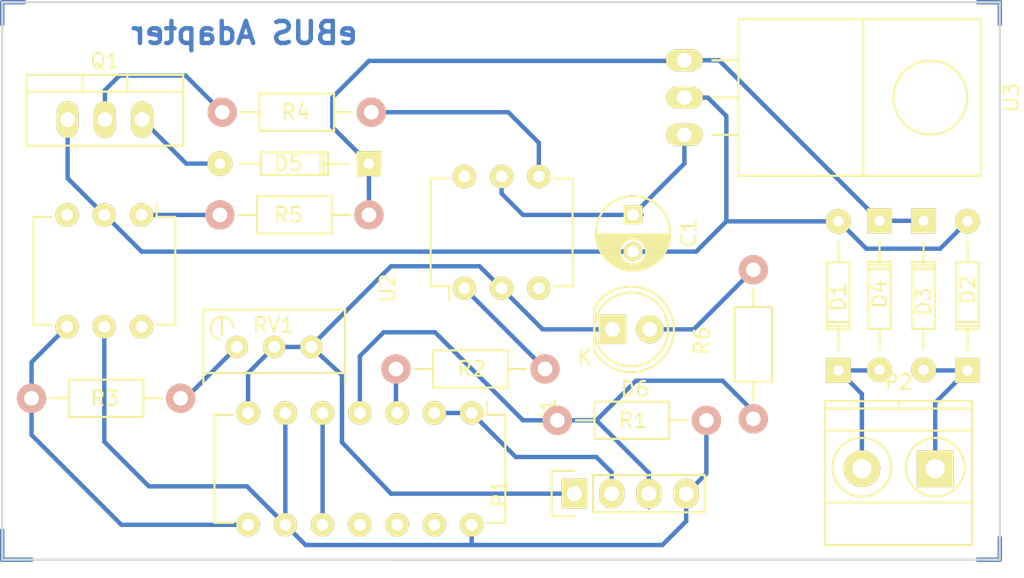
<source format=kicad_pcb>

(kicad_pcb
  (version 4)
  (host pcbnew 4.0.2-stable)
  (general
    (links 41)
    (no_connects 0)
    (area 11.924999 11.924999 80.075001 50.075001)
    (thickness 1.6)
    (drawings 10)
    (tracks 115)
    (zones 0)
    (modules 21)
    (nets 22))
  (page A4)
  (layers
    (0 F.Cu signal)
    (31 B.Cu signal)
    (32 B.Adhes user)
    (33 F.Adhes user)
    (34 B.Paste user)
    (35 F.Paste user)
    (36 B.SilkS user)
    (37 F.SilkS user)
    (38 B.Mask user)
    (39 F.Mask user)
    (40 Dwgs.User user)
    (41 Cmts.User user)
    (42 Eco1.User user)
    (43 Eco2.User user)
    (44 Edge.Cuts user)
    (45 Margin user)
    (46 B.CrtYd user)
    (47 F.CrtYd user)
    (48 B.Fab user)
    (49 F.Fab user))
  (setup
    (last_trace_width 0.3)
    (trace_clearance 0.2)
    (zone_clearance 0.508)
    (zone_45_only no)
    (trace_min 0.2)
    (segment_width 0.2)
    (edge_width 0.15)
    (via_size 0.6)
    (via_drill 0.4)
    (via_min_size 0.4)
    (via_min_drill 0.3)
    (uvia_size 0.3)
    (uvia_drill 0.1)
    (uvias_allowed no)
    (uvia_min_size 0.2)
    (uvia_min_drill 0.1)
    (pcb_text_width 0.3)
    (pcb_text_size 1.5 1.5)
    (mod_edge_width 0.15)
    (mod_text_size 1 1)
    (mod_text_width 0.15)
    (pad_size 1.524 1.524)
    (pad_drill 0.762)
    (pad_to_mask_clearance 0.2)
    (aux_axis_origin 0 0)
    (visible_elements FFFFFF7F)
    (pcbplotparams
      (layerselection 0x010f0_80000001)
      (usegerberextensions false)
      (excludeedgelayer true)
      (linewidth 0.1)
      (plotframeref false)
      (viasonmask false)
      (mode 1)
      (useauxorigin false)
      (hpglpennumber 1)
      (hpglpenspeed 20)
      (hpglpendiameter 15)
      (hpglpenoverlay 2)
      (psnegative false)
      (psa4output false)
      (plotreference true)
      (plotvalue true)
      (plotinvisibletext false)
      (padsonsilk false)
      (subtractmaskfromsilk false)
      (outputformat 1)
      (mirror false)
      (drillshape 0)
      (scaleselection 1)
      (outputdirectory gerbers)))
  (net 0 "")
  (net 1 "Net-(C1-Pad1)")
  (net 2 "Net-(C1-Pad2)")
  (net 3 EBUS1)
  (net 4 EBUS2)
  (net 5 "Net-(D5-Pad2)")
  (net 6 "Net-(Q1-Pad2)")
  (net 7 VDD)
  (net 8 RXD)
  (net 9 "Net-(R2-Pad1)")
  (net 10 "Net-(R2-Pad2)")
  (net 11 "Net-(R3-Pad1)")
  (net 12 "Net-(R3-Pad2)")
  (net 13 "Net-(R4-Pad2)")
  (net 14 "Net-(R5-Pad2)")
  (net 15 GND)
  (net 16 TXD)
  (net 17 "Net-(U1-Pad10)")
  (net 18 "Net-(U2-Pad6)")
  (net 19 "Net-(U4-Pad6)")
  (net 20 "Net-(D3-Pad1)")
  (net 21 "Net-(D6-Pad2)")
  (net_class Default "This is the default net class."
    (clearance 0.2)
    (trace_width 0.3)
    (via_dia 0.6)
    (via_drill 0.4)
    (uvia_dia 0.3)
    (uvia_drill 0.1)
    (add_net EBUS1)
    (add_net EBUS2)
    (add_net GND)
    (add_net "Net-(C1-Pad1)")
    (add_net "Net-(C1-Pad2)")
    (add_net "Net-(D3-Pad1)")
    (add_net "Net-(D5-Pad2)")
    (add_net "Net-(D6-Pad2)")
    (add_net "Net-(Q1-Pad2)")
    (add_net "Net-(R2-Pad1)")
    (add_net "Net-(R2-Pad2)")
    (add_net "Net-(R3-Pad1)")
    (add_net "Net-(R3-Pad2)")
    (add_net "Net-(R4-Pad2)")
    (add_net "Net-(R5-Pad2)")
    (add_net "Net-(U1-Pad10)")
    (add_net "Net-(U2-Pad6)")
    (add_net "Net-(U4-Pad6)")
    (add_net RXD)
    (add_net TXD)
    (add_net VDD))
  (module Capacitors_ThroughHole:C_Radial_D5_L6_P2.5
    (layer F.Cu)
    (tedit 0)
    (tstamp 57E43E4C)
    (at 55 26.5 270)
    (descr "Radial Electrolytic Capacitor Diameter 5mm x Length 6mm, Pitch 2.5mm")
    (tags "Electrolytic Capacitor")
    (path /57E435D0)
    (fp_text reference C1
      (at 1.25 -3.8 270)
      (layer F.SilkS)
      (effects
        (font
          (size 1 1)
          (thickness 0.15))))
    (fp_text value CP
      (at 1.25 3.8 270)
      (layer F.Fab)
      (effects
        (font
          (size 1 1)
          (thickness 0.15))))
    (fp_line
      (start 1.325 -2.499)
      (end 1.325 2.499)
      (layer F.SilkS)
      (width 0.15))
    (fp_line
      (start 1.465 -2.491)
      (end 1.465 2.491)
      (layer F.SilkS)
      (width 0.15))
    (fp_line
      (start 1.605 -2.475)
      (end 1.605 -0.095)
      (layer F.SilkS)
      (width 0.15))
    (fp_line
      (start 1.605 0.095)
      (end 1.605 2.475)
      (layer F.SilkS)
      (width 0.15))
    (fp_line
      (start 1.745 -2.451)
      (end 1.745 -0.49)
      (layer F.SilkS)
      (width 0.15))
    (fp_line
      (start 1.745 0.49)
      (end 1.745 2.451)
      (layer F.SilkS)
      (width 0.15))
    (fp_line
      (start 1.885 -2.418)
      (end 1.885 -0.657)
      (layer F.SilkS)
      (width 0.15))
    (fp_line
      (start 1.885 0.657)
      (end 1.885 2.418)
      (layer F.SilkS)
      (width 0.15))
    (fp_line
      (start 2.025 -2.377)
      (end 2.025 -0.764)
      (layer F.SilkS)
      (width 0.15))
    (fp_line
      (start 2.025 0.764)
      (end 2.025 2.377)
      (layer F.SilkS)
      (width 0.15))
    (fp_line
      (start 2.165 -2.327)
      (end 2.165 -0.835)
      (layer F.SilkS)
      (width 0.15))
    (fp_line
      (start 2.165 0.835)
      (end 2.165 2.327)
      (layer F.SilkS)
      (width 0.15))
    (fp_line
      (start 2.305 -2.266)
      (end 2.305 -0.879)
      (layer F.SilkS)
      (width 0.15))
    (fp_line
      (start 2.305 0.879)
      (end 2.305 2.266)
      (layer F.SilkS)
      (width 0.15))
    (fp_line
      (start 2.445 -2.196)
      (end 2.445 -0.898)
      (layer F.SilkS)
      (width 0.15))
    (fp_line
      (start 2.445 0.898)
      (end 2.445 2.196)
      (layer F.SilkS)
      (width 0.15))
    (fp_line
      (start 2.585 -2.114)
      (end 2.585 -0.896)
      (layer F.SilkS)
      (width 0.15))
    (fp_line
      (start 2.585 0.896)
      (end 2.585 2.114)
      (layer F.SilkS)
      (width 0.15))
    (fp_line
      (start 2.725 -2.019)
      (end 2.725 -0.871)
      (layer F.SilkS)
      (width 0.15))
    (fp_line
      (start 2.725 0.871)
      (end 2.725 2.019)
      (layer F.SilkS)
      (width 0.15))
    (fp_line
      (start 2.865 -1.908)
      (end 2.865 -0.823)
      (layer F.SilkS)
      (width 0.15))
    (fp_line
      (start 2.865 0.823)
      (end 2.865 1.908)
      (layer F.SilkS)
      (width 0.15))
    (fp_line
      (start 3.005 -1.78)
      (end 3.005 -0.745)
      (layer F.SilkS)
      (width 0.15))
    (fp_line
      (start 3.005 0.745)
      (end 3.005 1.78)
      (layer F.SilkS)
      (width 0.15))
    (fp_line
      (start 3.145 -1.631)
      (end 3.145 -0.628)
      (layer F.SilkS)
      (width 0.15))
    (fp_line
      (start 3.145 0.628)
      (end 3.145 1.631)
      (layer F.SilkS)
      (width 0.15))
    (fp_line
      (start 3.285 -1.452)
      (end 3.285 -0.44)
      (layer F.SilkS)
      (width 0.15))
    (fp_line
      (start 3.285 0.44)
      (end 3.285 1.452)
      (layer F.SilkS)
      (width 0.15))
    (fp_line
      (start 3.425 -1.233)
      (end 3.425 1.233)
      (layer F.SilkS)
      (width 0.15))
    (fp_line
      (start 3.565 -0.944)
      (end 3.565 0.944)
      (layer F.SilkS)
      (width 0.15))
    (fp_line
      (start 3.705 -0.472)
      (end 3.705 0.472)
      (layer F.SilkS)
      (width 0.15))
    (fp_circle
      (center 2.5 0)
      (end 2.5 -0.9)
      (layer F.SilkS)
      (width 0.15))
    (fp_circle
      (center 1.25 0)
      (end 1.25 -2.5375)
      (layer F.SilkS)
      (width 0.15))
    (fp_circle
      (center 1.25 0)
      (end 1.25 -2.8)
      (layer F.CrtYd)
      (width 0.05))
    (pad 1 thru_hole rect
      (at 0 0 270)
      (size 1.3 1.3)
      (drill 0.8)
      (layers *.Cu *.Mask F.SilkS)
      (net 1 "Net-(C1-Pad1)"))
    (pad 2 thru_hole circle
      (at 2.5 0 270)
      (size 1.3 1.3)
      (drill 0.8)
      (layers *.Cu *.Mask F.SilkS)
      (net 2 "Net-(C1-Pad2)"))
    (model Capacitors_ThroughHole.3dshapes/C_Radial_D5_L6_P2.5.wrl
      (at
        (xyz 0.0492126 0 0))
      (scale
        (xyz 1 1 1))
      (rotate
        (xyz 0 0 90))))
  (module Diodes_ThroughHole:Diode_DO-35_SOD27_Horizontal_RM10
    (layer F.Cu)
    (tedit 57E4F0B9)
    (tstamp 57E43E5B)
    (at 69 37.1 90)
    (descr "Diode, DO-35,  SOD27, Horizontal, RM 10mm")
    (tags "Diode, DO-35, SOD27, Horizontal, RM 10mm, 1N4148,")
    (path /57E456DB)
    (fp_text reference D1
      (at 5 0 90)
      (layer F.SilkS)
      (effects
        (font
          (size 1 1)
          (thickness 0.15))))
    (fp_text value 1N4148
      (at 5 1.5 90)
      (layer F.Fab)
      (effects
        (font
          (size 1 1)
          (thickness 0.15))))
    (fp_line
      (start 7.36652 -0.00254)
      (end 8.76352 -0.00254)
      (layer F.SilkS)
      (width 0.15))
    (fp_line
      (start 2.92152 -0.00254)
      (end 1.39752 -0.00254)
      (layer F.SilkS)
      (width 0.15))
    (fp_line
      (start 3.30252 -0.76454)
      (end 3.30252 0.75946)
      (layer F.SilkS)
      (width 0.15))
    (fp_line
      (start 3.04852 -0.76454)
      (end 3.04852 0.75946)
      (layer F.SilkS)
      (width 0.15))
    (fp_line
      (start 2.79452 -0.00254)
      (end 2.79452 0.75946)
      (layer F.SilkS)
      (width 0.15))
    (fp_line
      (start 2.79452 0.75946)
      (end 7.36652 0.75946)
      (layer F.SilkS)
      (width 0.15))
    (fp_line
      (start 7.36652 0.75946)
      (end 7.36652 -0.76454)
      (layer F.SilkS)
      (width 0.15))
    (fp_line
      (start 7.36652 -0.76454)
      (end 2.79452 -0.76454)
      (layer F.SilkS)
      (width 0.15))
    (fp_line
      (start 2.79452 -0.76454)
      (end 2.79452 -0.00254)
      (layer F.SilkS)
      (width 0.15))
    (pad 2 thru_hole circle
      (at 10.16052 -0.00254 270)
      (size 1.69926 1.69926)
      (drill 0.70104)
      (layers *.Cu *.Mask F.SilkS)
      (net 2 "Net-(C1-Pad2)"))
    (pad 1 thru_hole rect
      (at 0.00052 -0.00254 270)
      (size 1.69926 1.69926)
      (drill 0.70104)
      (layers *.Cu *.Mask F.SilkS)
      (net 3 EBUS1))
    (model Diodes_ThroughHole.3dshapes/Diode_DO-35_SOD27_Horizontal_RM10.wrl
      (at
        (xyz 0.2 0 0))
      (scale
        (xyz 0.4 0.4 0.4))
      (rotate
        (xyz 0 0 180))))
  (module Diodes_ThroughHole:Diode_DO-35_SOD27_Horizontal_RM10
    (layer F.Cu)
    (tedit 57E4F0B7)
    (tstamp 57E43E6A)
    (at 77.8 37.1 90)
    (descr "Diode, DO-35,  SOD27, Horizontal, RM 10mm")
    (tags "Diode, DO-35, SOD27, Horizontal, RM 10mm, 1N4148,")
    (path /57E45729)
    (fp_text reference D2
      (at 5.5 0 90)
      (layer F.SilkS)
      (effects
        (font
          (size 1 1)
          (thickness 0.15))))
    (fp_text value 1N4148
      (at 5 -1.5 90)
      (layer F.Fab)
      (effects
        (font
          (size 1 1)
          (thickness 0.15))))
    (fp_line
      (start 7.36652 -0.00254)
      (end 8.76352 -0.00254)
      (layer F.SilkS)
      (width 0.15))
    (fp_line
      (start 2.92152 -0.00254)
      (end 1.39752 -0.00254)
      (layer F.SilkS)
      (width 0.15))
    (fp_line
      (start 3.30252 -0.76454)
      (end 3.30252 0.75946)
      (layer F.SilkS)
      (width 0.15))
    (fp_line
      (start 3.04852 -0.76454)
      (end 3.04852 0.75946)
      (layer F.SilkS)
      (width 0.15))
    (fp_line
      (start 2.79452 -0.00254)
      (end 2.79452 0.75946)
      (layer F.SilkS)
      (width 0.15))
    (fp_line
      (start 2.79452 0.75946)
      (end 7.36652 0.75946)
      (layer F.SilkS)
      (width 0.15))
    (fp_line
      (start 7.36652 0.75946)
      (end 7.36652 -0.76454)
      (layer F.SilkS)
      (width 0.15))
    (fp_line
      (start 7.36652 -0.76454)
      (end 2.79452 -0.76454)
      (layer F.SilkS)
      (width 0.15))
    (fp_line
      (start 2.79452 -0.76454)
      (end 2.79452 -0.00254)
      (layer F.SilkS)
      (width 0.15))
    (pad 2 thru_hole circle
      (at 10.16052 -0.00254 270)
      (size 1.69926 1.69926)
      (drill 0.70104)
      (layers *.Cu *.Mask F.SilkS)
      (net 2 "Net-(C1-Pad2)"))
    (pad 1 thru_hole rect
      (at 0.00052 -0.00254 270)
      (size 1.69926 1.69926)
      (drill 0.70104)
      (layers *.Cu *.Mask F.SilkS)
      (net 4 EBUS2))
    (model Diodes_ThroughHole.3dshapes/Diode_DO-35_SOD27_Horizontal_RM10.wrl
      (at
        (xyz 0.2 0 0))
      (scale
        (xyz 0.4 0.4 0.4))
      (rotate
        (xyz 0 0 180))))
  (module Diodes_ThroughHole:Diode_DO-35_SOD27_Horizontal_RM10
    (layer F.Cu)
    (tedit 57E4F0AC)
    (tstamp 57E43E79)
    (at 74.8 26.9 270)
    (descr "Diode, DO-35,  SOD27, Horizontal, RM 10mm")
    (tags "Diode, DO-35, SOD27, Horizontal, RM 10mm, 1N4148,")
    (path /57E45775)
    (fp_text reference D3
      (at 5.5 0 270)
      (layer F.SilkS)
      (effects
        (font
          (size 1 1)
          (thickness 0.15))))
    (fp_text value 1N4148
      (at 5 -1.5 270)
      (layer F.Fab)
      (effects
        (font
          (size 1 1)
          (thickness 0.15))))
    (fp_line
      (start 7.36652 -0.00254)
      (end 8.76352 -0.00254)
      (layer F.SilkS)
      (width 0.15))
    (fp_line
      (start 2.92152 -0.00254)
      (end 1.39752 -0.00254)
      (layer F.SilkS)
      (width 0.15))
    (fp_line
      (start 3.30252 -0.76454)
      (end 3.30252 0.75946)
      (layer F.SilkS)
      (width 0.15))
    (fp_line
      (start 3.04852 -0.76454)
      (end 3.04852 0.75946)
      (layer F.SilkS)
      (width 0.15))
    (fp_line
      (start 2.79452 -0.00254)
      (end 2.79452 0.75946)
      (layer F.SilkS)
      (width 0.15))
    (fp_line
      (start 2.79452 0.75946)
      (end 7.36652 0.75946)
      (layer F.SilkS)
      (width 0.15))
    (fp_line
      (start 7.36652 0.75946)
      (end 7.36652 -0.76454)
      (layer F.SilkS)
      (width 0.15))
    (fp_line
      (start 7.36652 -0.76454)
      (end 2.79452 -0.76454)
      (layer F.SilkS)
      (width 0.15))
    (fp_line
      (start 2.79452 -0.76454)
      (end 2.79452 -0.00254)
      (layer F.SilkS)
      (width 0.15))
    (pad 2 thru_hole circle
      (at 10.16052 -0.00254 90)
      (size 1.69926 1.69926)
      (drill 0.70104)
      (layers *.Cu *.Mask F.SilkS)
      (net 4 EBUS2))
    (pad 1 thru_hole rect
      (at 0.00052 -0.00254 90)
      (size 1.69926 1.69926)
      (drill 0.70104)
      (layers *.Cu *.Mask F.SilkS)
      (net 20 "Net-(D3-Pad1)"))
    (model Diodes_ThroughHole.3dshapes/Diode_DO-35_SOD27_Horizontal_RM10.wrl
      (at
        (xyz 0.2 0 0))
      (scale
        (xyz 0.4 0.4 0.4))
      (rotate
        (xyz 0 0 180))))
  (module Diodes_ThroughHole:Diode_DO-35_SOD27_Horizontal_RM10
    (layer F.Cu)
    (tedit 57E4F0A7)
    (tstamp 57E43E88)
    (at 71.8 26.9 270)
    (descr "Diode, DO-35,  SOD27, Horizontal, RM 10mm")
    (tags "Diode, DO-35, SOD27, Horizontal, RM 10mm, 1N4148,")
    (path /57E457DF)
    (fp_text reference D4
      (at 5 0 270)
      (layer F.SilkS)
      (effects
        (font
          (size 1 1)
          (thickness 0.15))))
    (fp_text value 1N4148
      (at 5 1.5 270)
      (layer F.Fab)
      (effects
        (font
          (size 1 1)
          (thickness 0.15))))
    (fp_line
      (start 7.36652 -0.00254)
      (end 8.76352 -0.00254)
      (layer F.SilkS)
      (width 0.15))
    (fp_line
      (start 2.92152 -0.00254)
      (end 1.39752 -0.00254)
      (layer F.SilkS)
      (width 0.15))
    (fp_line
      (start 3.30252 -0.76454)
      (end 3.30252 0.75946)
      (layer F.SilkS)
      (width 0.15))
    (fp_line
      (start 3.04852 -0.76454)
      (end 3.04852 0.75946)
      (layer F.SilkS)
      (width 0.15))
    (fp_line
      (start 2.79452 -0.00254)
      (end 2.79452 0.75946)
      (layer F.SilkS)
      (width 0.15))
    (fp_line
      (start 2.79452 0.75946)
      (end 7.36652 0.75946)
      (layer F.SilkS)
      (width 0.15))
    (fp_line
      (start 7.36652 0.75946)
      (end 7.36652 -0.76454)
      (layer F.SilkS)
      (width 0.15))
    (fp_line
      (start 7.36652 -0.76454)
      (end 2.79452 -0.76454)
      (layer F.SilkS)
      (width 0.15))
    (fp_line
      (start 2.79452 -0.76454)
      (end 2.79452 -0.00254)
      (layer F.SilkS)
      (width 0.15))
    (pad 2 thru_hole circle
      (at 10.16052 -0.00254 90)
      (size 1.69926 1.69926)
      (drill 0.70104)
      (layers *.Cu *.Mask F.SilkS)
      (net 3 EBUS1))
    (pad 1 thru_hole rect
      (at 0.00052 -0.00254 90)
      (size 1.69926 1.69926)
      (drill 0.70104)
      (layers *.Cu *.Mask F.SilkS)
      (net 20 "Net-(D3-Pad1)"))
    (model Diodes_ThroughHole.3dshapes/Diode_DO-35_SOD27_Horizontal_RM10.wrl
      (at
        (xyz 0.2 0 0))
      (scale
        (xyz 0.4 0.4 0.4))
      (rotate
        (xyz 0 0 180))))
  (module Diodes_ThroughHole:Diode_DO-35_SOD27_Horizontal_RM10
    (layer F.Cu)
    (tedit 57E4F10A)
    (tstamp 57E43E97)
    (at 37 23 180)
    (descr "Diode, DO-35,  SOD27, Horizontal, RM 10mm")
    (tags "Diode, DO-35, SOD27, Horizontal, RM 10mm, 1N4148,")
    (path /57E433F4)
    (fp_text reference D5
      (at 5.5 0 180)
      (layer F.SilkS)
      (effects
        (font
          (size 1 1)
          (thickness 0.15))))
    (fp_text value "ZPY7.5V 1.3W"
      (at 5 -1.5 180)
      (layer F.Fab)
      (effects
        (font
          (size 1 1)
          (thickness 0.15))))
    (fp_line
      (start 7.36652 -0.00254)
      (end 8.76352 -0.00254)
      (layer F.SilkS)
      (width 0.15))
    (fp_line
      (start 2.92152 -0.00254)
      (end 1.39752 -0.00254)
      (layer F.SilkS)
      (width 0.15))
    (fp_line
      (start 3.30252 -0.76454)
      (end 3.30252 0.75946)
      (layer F.SilkS)
      (width 0.15))
    (fp_line
      (start 3.04852 -0.76454)
      (end 3.04852 0.75946)
      (layer F.SilkS)
      (width 0.15))
    (fp_line
      (start 2.79452 -0.00254)
      (end 2.79452 0.75946)
      (layer F.SilkS)
      (width 0.15))
    (fp_line
      (start 2.79452 0.75946)
      (end 7.36652 0.75946)
      (layer F.SilkS)
      (width 0.15))
    (fp_line
      (start 7.36652 0.75946)
      (end 7.36652 -0.76454)
      (layer F.SilkS)
      (width 0.15))
    (fp_line
      (start 7.36652 -0.76454)
      (end 2.79452 -0.76454)
      (layer F.SilkS)
      (width 0.15))
    (fp_line
      (start 2.79452 -0.76454)
      (end 2.79452 -0.00254)
      (layer F.SilkS)
      (width 0.15))
    (pad 2 thru_hole circle
      (at 10.16052 -0.00254)
      (size 1.69926 1.69926)
      (drill 0.70104)
      (layers *.Cu *.Mask F.SilkS)
      (net 5 "Net-(D5-Pad2)"))
    (pad 1 thru_hole rect
      (at 0.00052 -0.00254)
      (size 1.69926 1.69926)
      (drill 0.70104)
      (layers *.Cu *.Mask F.SilkS)
      (net 20 "Net-(D3-Pad1)"))
    (model Diodes_ThroughHole.3dshapes/Diode_DO-35_SOD27_Horizontal_RM10.wrl
      (at
        (xyz 0.2 0 0))
      (scale
        (xyz 0.4 0.4 0.4))
      (rotate
        (xyz 0 0 180))))
  (module Resistors_ThroughHole:Resistor_Horizontal_RM10mm
    (layer F.Cu)
    (tedit 57E4F0CF)
    (tstamp 57E43EBB)
    (at 60 40.5 180)
    (descr "Resistor, Axial,  RM 10mm, 1/3W")
    (tags "Resistor Axial RM 10mm 1/3W")
    (path /57E4369F)
    (fp_text reference R1
      (at 5 0 180)
      (layer F.SilkS)
      (effects
        (font
          (size 1 1)
          (thickness 0.15))))
    (fp_text value 10k
      (at 5 -2 180)
      (layer F.Fab)
      (effects
        (font
          (size 1 1)
          (thickness 0.15))))
    (fp_line
      (start -1.25 -1.5)
      (end 11.4 -1.5)
      (layer F.CrtYd)
      (width 0.05))
    (fp_line
      (start -1.25 1.5)
      (end -1.25 -1.5)
      (layer F.CrtYd)
      (width 0.05))
    (fp_line
      (start 11.4 -1.5)
      (end 11.4 1.5)
      (layer F.CrtYd)
      (width 0.05))
    (fp_line
      (start -1.25 1.5)
      (end 11.4 1.5)
      (layer F.CrtYd)
      (width 0.05))
    (fp_line
      (start 2.54 -1.27)
      (end 7.62 -1.27)
      (layer F.SilkS)
      (width 0.15))
    (fp_line
      (start 7.62 -1.27)
      (end 7.62 1.27)
      (layer F.SilkS)
      (width 0.15))
    (fp_line
      (start 7.62 1.27)
      (end 2.54 1.27)
      (layer F.SilkS)
      (width 0.15))
    (fp_line
      (start 2.54 1.27)
      (end 2.54 -1.27)
      (layer F.SilkS)
      (width 0.15))
    (fp_line
      (start 2.54 0)
      (end 1.27 0)
      (layer F.SilkS)
      (width 0.15))
    (fp_line
      (start 7.62 0)
      (end 8.89 0)
      (layer F.SilkS)
      (width 0.15))
    (pad 1 thru_hole circle
      (at 0 0 180)
      (size 1.99898 1.99898)
      (drill 1.00076)
      (layers *.Cu *.SilkS *.Mask)
      (net 7 VDD))
    (pad 2 thru_hole circle
      (at 10.16 0 180)
      (size 1.99898 1.99898)
      (drill 1.00076)
      (layers *.Cu *.SilkS *.Mask)
      (net 8 RXD))
    (model Resistors_ThroughHole.3dshapes/Resistor_Horizontal_RM10mm.wrl
      (at
        (xyz 0 0 0))
      (scale
        (xyz 0.4 0.4 0.4))
      (rotate
        (xyz 0 0 0))))
  (module Resistors_ThroughHole:Resistor_Horizontal_RM10mm
    (layer F.Cu)
    (tedit 57E4F0EE)
    (tstamp 57E43ECB)
    (at 49 37 180)
    (descr "Resistor, Axial,  RM 10mm, 1/3W")
    (tags "Resistor Axial RM 10mm 1/3W")
    (path /57E43613)
    (fp_text reference R2
      (at 5 0 180)
      (layer F.SilkS)
      (effects
        (font
          (size 1 1)
          (thickness 0.15))))
    (fp_text value 470
      (at 5 2 180)
      (layer F.Fab)
      (effects
        (font
          (size 1 1)
          (thickness 0.15))))
    (fp_line
      (start -1.25 -1.5)
      (end 11.4 -1.5)
      (layer F.CrtYd)
      (width 0.05))
    (fp_line
      (start -1.25 1.5)
      (end -1.25 -1.5)
      (layer F.CrtYd)
      (width 0.05))
    (fp_line
      (start 11.4 -1.5)
      (end 11.4 1.5)
      (layer F.CrtYd)
      (width 0.05))
    (fp_line
      (start -1.25 1.5)
      (end 11.4 1.5)
      (layer F.CrtYd)
      (width 0.05))
    (fp_line
      (start 2.54 -1.27)
      (end 7.62 -1.27)
      (layer F.SilkS)
      (width 0.15))
    (fp_line
      (start 7.62 -1.27)
      (end 7.62 1.27)
      (layer F.SilkS)
      (width 0.15))
    (fp_line
      (start 7.62 1.27)
      (end 2.54 1.27)
      (layer F.SilkS)
      (width 0.15))
    (fp_line
      (start 2.54 1.27)
      (end 2.54 -1.27)
      (layer F.SilkS)
      (width 0.15))
    (fp_line
      (start 2.54 0)
      (end 1.27 0)
      (layer F.SilkS)
      (width 0.15))
    (fp_line
      (start 7.62 0)
      (end 8.89 0)
      (layer F.SilkS)
      (width 0.15))
    (pad 1 thru_hole circle
      (at 0 0 180)
      (size 1.99898 1.99898)
      (drill 1.00076)
      (layers *.Cu *.SilkS *.Mask)
      (net 9 "Net-(R2-Pad1)"))
    (pad 2 thru_hole circle
      (at 10.16 0 180)
      (size 1.99898 1.99898)
      (drill 1.00076)
      (layers *.Cu *.SilkS *.Mask)
      (net 10 "Net-(R2-Pad2)"))
    (model Resistors_ThroughHole.3dshapes/Resistor_Horizontal_RM10mm.wrl
      (at
        (xyz 0 0 0))
      (scale
        (xyz 0.4 0.4 0.4))
      (rotate
        (xyz 0 0 0))))
  (module Resistors_ThroughHole:Resistor_Horizontal_RM10mm
    (layer F.Cu)
    (tedit 57E4F0F4)
    (tstamp 57E43EDB)
    (at 14 39)
    (descr "Resistor, Axial,  RM 10mm, 1/3W")
    (tags "Resistor Axial RM 10mm 1/3W")
    (path /57E43651)
    (fp_text reference R3
      (at 5 0)
      (layer F.SilkS)
      (effects
        (font
          (size 1 1)
          (thickness 0.15))))
    (fp_text value 1k
      (at 5 2)
      (layer F.Fab)
      (effects
        (font
          (size 1 1)
          (thickness 0.15))))
    (fp_line
      (start -1.25 -1.5)
      (end 11.4 -1.5)
      (layer F.CrtYd)
      (width 0.05))
    (fp_line
      (start -1.25 1.5)
      (end -1.25 -1.5)
      (layer F.CrtYd)
      (width 0.05))
    (fp_line
      (start 11.4 -1.5)
      (end 11.4 1.5)
      (layer F.CrtYd)
      (width 0.05))
    (fp_line
      (start -1.25 1.5)
      (end 11.4 1.5)
      (layer F.CrtYd)
      (width 0.05))
    (fp_line
      (start 2.54 -1.27)
      (end 7.62 -1.27)
      (layer F.SilkS)
      (width 0.15))
    (fp_line
      (start 7.62 -1.27)
      (end 7.62 1.27)
      (layer F.SilkS)
      (width 0.15))
    (fp_line
      (start 7.62 1.27)
      (end 2.54 1.27)
      (layer F.SilkS)
      (width 0.15))
    (fp_line
      (start 2.54 1.27)
      (end 2.54 -1.27)
      (layer F.SilkS)
      (width 0.15))
    (fp_line
      (start 2.54 0)
      (end 1.27 0)
      (layer F.SilkS)
      (width 0.15))
    (fp_line
      (start 7.62 0)
      (end 8.89 0)
      (layer F.SilkS)
      (width 0.15))
    (pad 1 thru_hole circle
      (at 0 0)
      (size 1.99898 1.99898)
      (drill 1.00076)
      (layers *.Cu *.SilkS *.Mask)
      (net 11 "Net-(R3-Pad1)"))
    (pad 2 thru_hole circle
      (at 10.16 0)
      (size 1.99898 1.99898)
      (drill 1.00076)
      (layers *.Cu *.SilkS *.Mask)
      (net 12 "Net-(R3-Pad2)"))
    (model Resistors_ThroughHole.3dshapes/Resistor_Horizontal_RM10mm.wrl
      (at
        (xyz 0 0 0))
      (scale
        (xyz 0.4 0.4 0.4))
      (rotate
        (xyz 0 0 0))))
  (module Resistors_ThroughHole:Resistor_Horizontal_RM10mm
    (layer F.Cu)
    (tedit 57E4F110)
    (tstamp 57E43EEB)
    (at 27 19.5)
    (descr "Resistor, Axial,  RM 10mm, 1/3W")
    (tags "Resistor Axial RM 10mm 1/3W")
    (path /57E434B6)
    (fp_text reference R4
      (at 5 0)
      (layer F.SilkS)
      (effects
        (font
          (size 1 1)
          (thickness 0.15))))
    (fp_text value 22k
      (at 5 2)
      (layer F.Fab)
      (effects
        (font
          (size 1 1)
          (thickness 0.15))))
    (fp_line
      (start -1.25 -1.5)
      (end 11.4 -1.5)
      (layer F.CrtYd)
      (width 0.05))
    (fp_line
      (start -1.25 1.5)
      (end -1.25 -1.5)
      (layer F.CrtYd)
      (width 0.05))
    (fp_line
      (start 11.4 -1.5)
      (end 11.4 1.5)
      (layer F.CrtYd)
      (width 0.05))
    (fp_line
      (start -1.25 1.5)
      (end 11.4 1.5)
      (layer F.CrtYd)
      (width 0.05))
    (fp_line
      (start 2.54 -1.27)
      (end 7.62 -1.27)
      (layer F.SilkS)
      (width 0.15))
    (fp_line
      (start 7.62 -1.27)
      (end 7.62 1.27)
      (layer F.SilkS)
      (width 0.15))
    (fp_line
      (start 7.62 1.27)
      (end 2.54 1.27)
      (layer F.SilkS)
      (width 0.15))
    (fp_line
      (start 2.54 1.27)
      (end 2.54 -1.27)
      (layer F.SilkS)
      (width 0.15))
    (fp_line
      (start 2.54 0)
      (end 1.27 0)
      (layer F.SilkS)
      (width 0.15))
    (fp_line
      (start 7.62 0)
      (end 8.89 0)
      (layer F.SilkS)
      (width 0.15))
    (pad 1 thru_hole circle
      (at 0 0)
      (size 1.99898 1.99898)
      (drill 1.00076)
      (layers *.Cu *.SilkS *.Mask)
      (net 6 "Net-(Q1-Pad2)"))
    (pad 2 thru_hole circle
      (at 10.16 0)
      (size 1.99898 1.99898)
      (drill 1.00076)
      (layers *.Cu *.SilkS *.Mask)
      (net 13 "Net-(R4-Pad2)"))
    (model Resistors_ThroughHole.3dshapes/Resistor_Horizontal_RM10mm.wrl
      (at
        (xyz 0 0 0))
      (scale
        (xyz 0.4 0.4 0.4))
      (rotate
        (xyz 0 0 0))))
  (module Resistors_ThroughHole:Resistor_Horizontal_RM10mm
    (layer F.Cu)
    (tedit 57E4F106)
    (tstamp 57E43EFB)
    (at 37 26.5 180)
    (descr "Resistor, Axial,  RM 10mm, 1/3W")
    (tags "Resistor Axial RM 10mm 1/3W")
    (path /57E434EC)
    (fp_text reference R5
      (at 5.5 0 180)
      (layer F.SilkS)
      (effects
        (font
          (size 1 1)
          (thickness 0.15))))
    (fp_text value 3k3
      (at 5.5 -2 180)
      (layer F.Fab)
      (effects
        (font
          (size 1 1)
          (thickness 0.15))))
    (fp_line
      (start -1.25 -1.5)
      (end 11.4 -1.5)
      (layer F.CrtYd)
      (width 0.05))
    (fp_line
      (start -1.25 1.5)
      (end -1.25 -1.5)
      (layer F.CrtYd)
      (width 0.05))
    (fp_line
      (start 11.4 -1.5)
      (end 11.4 1.5)
      (layer F.CrtYd)
      (width 0.05))
    (fp_line
      (start -1.25 1.5)
      (end 11.4 1.5)
      (layer F.CrtYd)
      (width 0.05))
    (fp_line
      (start 2.54 -1.27)
      (end 7.62 -1.27)
      (layer F.SilkS)
      (width 0.15))
    (fp_line
      (start 7.62 -1.27)
      (end 7.62 1.27)
      (layer F.SilkS)
      (width 0.15))
    (fp_line
      (start 7.62 1.27)
      (end 2.54 1.27)
      (layer F.SilkS)
      (width 0.15))
    (fp_line
      (start 2.54 1.27)
      (end 2.54 -1.27)
      (layer F.SilkS)
      (width 0.15))
    (fp_line
      (start 2.54 0)
      (end 1.27 0)
      (layer F.SilkS)
      (width 0.15))
    (fp_line
      (start 7.62 0)
      (end 8.89 0)
      (layer F.SilkS)
      (width 0.15))
    (pad 1 thru_hole circle
      (at 0 0 180)
      (size 1.99898 1.99898)
      (drill 1.00076)
      (layers *.Cu *.SilkS *.Mask)
      (net 20 "Net-(D3-Pad1)"))
    (pad 2 thru_hole circle
      (at 10.16 0 180)
      (size 1.99898 1.99898)
      (drill 1.00076)
      (layers *.Cu *.SilkS *.Mask)
      (net 14 "Net-(R5-Pad2)"))
    (model Resistors_ThroughHole.3dshapes/Resistor_Horizontal_RM10mm.wrl
      (at
        (xyz 0 0 0))
      (scale
        (xyz 0.4 0.4 0.4))
      (rotate
        (xyz 0 0 0))))
  (module Potentiometers:Potentiometer_Bourns_3296W_3-8Zoll_Inline_ScrewUp
    (layer F.Cu)
    (tedit 57E4F0FA)
    (tstamp 57E43F13)
    (at 28 35.5 270)
    (descr "3296, 3/8, Square, Trimpot, Trimming, Potentiometer, Bourns")
    (tags "3296, 3/8, Square, Trimpot, Trimming, Potentiometer, Bourns")
    (path /57E43705)
    (fp_text reference RV1
      (at -1.5 -2.5 360)
      (layer F.SilkS)
      (effects
        (font
          (size 1 1)
          (thickness 0.15))))
    (fp_text value 20k
      (at 2.5 -3 360)
      (layer F.Fab)
      (effects
        (font
          (size 1 1)
          (thickness 0.15))))
    (fp_line
      (start -2.032 1.016)
      (end -0.762 1.016)
      (layer F.SilkS)
      (width 0.15))
    (fp_line
      (start -1.2827 0.2286)
      (end -1.5367 0.2667)
      (layer F.SilkS)
      (width 0.15))
    (fp_line
      (start -1.5367 0.2667)
      (end -1.8161 0.4445)
      (layer F.SilkS)
      (width 0.15))
    (fp_line
      (start -1.8161 0.4445)
      (end -2.032 0.762)
      (layer F.SilkS)
      (width 0.15))
    (fp_line
      (start -2.032 0.762)
      (end -2.0447 1.2065)
      (layer F.SilkS)
      (width 0.15))
    (fp_line
      (start -2.0447 1.2065)
      (end -1.8415 1.5621)
      (layer F.SilkS)
      (width 0.15))
    (fp_line
      (start -1.8415 1.5621)
      (end -1.5494 1.7399)
      (layer F.SilkS)
      (width 0.15))
    (fp_line
      (start -1.5494 1.7399)
      (end -1.2319 1.7907)
      (layer F.SilkS)
      (width 0.15))
    (fp_line
      (start -1.2319 1.7907)
      (end -0.8255 1.6891)
      (layer F.SilkS)
      (width 0.15))
    (fp_line
      (start -0.8255 1.6891)
      (end -0.5715 1.3462)
      (layer F.SilkS)
      (width 0.15))
    (fp_line
      (start -0.5715 1.3462)
      (end -0.4826 1.1684)
      (layer F.SilkS)
      (width 0.15))
    (fp_line
      (start 1.778 -7.366)
      (end 1.778 2.286)
      (layer F.SilkS)
      (width 0.15))
    (fp_line
      (start -1.27 2.286)
      (end -2.54 2.286)
      (layer F.SilkS)
      (width 0.15))
    (fp_line
      (start -2.54 2.286)
      (end -2.54 -7.366)
      (layer F.SilkS)
      (width 0.15))
    (fp_line
      (start -2.54 -7.366)
      (end 2.54 -7.366)
      (layer F.SilkS)
      (width 0.15))
    (fp_line
      (start 2.54 2.286)
      (end 0 2.286)
      (layer F.SilkS)
      (width 0.15))
    (fp_line
      (start 0 2.286)
      (end -1.27 2.286)
      (layer F.SilkS)
      (width 0.15))
    (pad 2 thru_hole circle
      (at 0 -2.54 270)
      (size 1.524 1.524)
      (drill 0.8128)
      (layers *.Cu *.Mask F.SilkS)
      (net 15 GND))
    (pad 3 thru_hole circle
      (at 0 -5.08 270)
      (size 1.524 1.524)
      (drill 0.8128)
      (layers *.Cu *.Mask F.SilkS)
      (net 15 GND))
    (pad 1 thru_hole circle
      (at 0 0 270)
      (size 1.524 1.524)
      (drill 0.8128)
      (layers *.Cu *.Mask F.SilkS)
      (net 12 "Net-(R3-Pad2)"))
    (model Potentiometers.3dshapes/Potentiometer_Bourns_3296W_3-8Zoll_Inline_ScrewUp.wrl
      (at
        (xyz 0 0 0))
      (scale
        (xyz 1 1 1))
      (rotate
        (xyz 0 0 0))))
  (module Housings_DIP:DIP-14_W7.62mm
    (layer F.Cu)
    (tedit 57E4F0D4)
    (tstamp 57E43F30)
    (at 44 40 270)
    (descr "14-lead dip package, row spacing 7.62 mm (300 mils)")
    (tags "dil dip 2.54 300")
    (path /57E43757)
    (fp_text reference U1
      (at 0 -5.22 270)
      (layer F.SilkS)
      (effects
        (font
          (size 1 1)
          (thickness 0.15))))
    (fp_text value 4011
      (at 4 7.5 270)
      (layer F.Fab)
      (effects
        (font
          (size 1 1)
          (thickness 0.15))))
    (fp_line
      (start -1.05 -2.45)
      (end -1.05 17.7)
      (layer F.CrtYd)
      (width 0.05))
    (fp_line
      (start 8.65 -2.45)
      (end 8.65 17.7)
      (layer F.CrtYd)
      (width 0.05))
    (fp_line
      (start -1.05 -2.45)
      (end 8.65 -2.45)
      (layer F.CrtYd)
      (width 0.05))
    (fp_line
      (start -1.05 17.7)
      (end 8.65 17.7)
      (layer F.CrtYd)
      (width 0.05))
    (fp_line
      (start 0.135 -2.295)
      (end 0.135 -1.025)
      (layer F.SilkS)
      (width 0.15))
    (fp_line
      (start 7.485 -2.295)
      (end 7.485 -1.025)
      (layer F.SilkS)
      (width 0.15))
    (fp_line
      (start 7.485 17.535)
      (end 7.485 16.265)
      (layer F.SilkS)
      (width 0.15))
    (fp_line
      (start 0.135 17.535)
      (end 0.135 16.265)
      (layer F.SilkS)
      (width 0.15))
    (fp_line
      (start 0.135 -2.295)
      (end 7.485 -2.295)
      (layer F.SilkS)
      (width 0.15))
    (fp_line
      (start 0.135 17.535)
      (end 7.485 17.535)
      (layer F.SilkS)
      (width 0.15))
    (fp_line
      (start 0.135 -1.025)
      (end -0.8 -1.025)
      (layer F.SilkS)
      (width 0.15))
    (pad 1 thru_hole oval
      (at 0 0 270)
      (size 1.6 1.6)
      (drill 0.8)
      (layers *.Cu *.Mask F.SilkS)
      (net 16 TXD))
    (pad 2 thru_hole oval
      (at 0 2.54 270)
      (size 1.6 1.6)
      (drill 0.8)
      (layers *.Cu *.Mask F.SilkS)
      (net 16 TXD))
    (pad 3 thru_hole oval
      (at 0 5.08 270)
      (size 1.6 1.6)
      (drill 0.8)
      (layers *.Cu *.Mask F.SilkS)
      (net 10 "Net-(R2-Pad2)"))
    (pad 4 thru_hole oval
      (at 0 7.62 270)
      (size 1.6 1.6)
      (drill 0.8)
      (layers *.Cu *.Mask F.SilkS)
      (net 8 RXD))
    (pad 5 thru_hole oval
      (at 0 10.16 270)
      (size 1.6 1.6)
      (drill 0.8)
      (layers *.Cu *.Mask F.SilkS)
      (net 17 "Net-(U1-Pad10)"))
    (pad 6 thru_hole oval
      (at 0 12.7 270)
      (size 1.6 1.6)
      (drill 0.8)
      (layers *.Cu *.Mask F.SilkS)
      (net 7 VDD))
    (pad 7 thru_hole oval
      (at 0 15.24 270)
      (size 1.6 1.6)
      (drill 0.8)
      (layers *.Cu *.Mask F.SilkS)
      (net 15 GND))
    (pad 8 thru_hole oval
      (at 7.62 15.24 270)
      (size 1.6 1.6)
      (drill 0.8)
      (layers *.Cu *.Mask F.SilkS)
      (net 11 "Net-(R3-Pad1)"))
    (pad 9 thru_hole oval
      (at 7.62 12.7 270)
      (size 1.6 1.6)
      (drill 0.8)
      (layers *.Cu *.Mask F.SilkS)
      (net 7 VDD))
    (pad 10 thru_hole oval
      (at 7.62 10.16 270)
      (size 1.6 1.6)
      (drill 0.8)
      (layers *.Cu *.Mask F.SilkS)
      (net 17 "Net-(U1-Pad10)"))
    (pad 11 thru_hole oval
      (at 7.62 7.62 270)
      (size 1.6 1.6)
      (drill 0.8)
      (layers *.Cu *.Mask F.SilkS))
    (pad 12 thru_hole oval
      (at 7.62 5.08 270)
      (size 1.6 1.6)
      (drill 0.8)
      (layers *.Cu *.Mask F.SilkS))
    (pad 13 thru_hole oval
      (at 7.62 2.54 270)
      (size 1.6 1.6)
      (drill 0.8)
      (layers *.Cu *.Mask F.SilkS))
    (pad 14 thru_hole oval
      (at 7.62 0 270)
      (size 1.6 1.6)
      (drill 0.8)
      (layers *.Cu *.Mask F.SilkS)
      (net 7 VDD))
    (model Housings_DIP.3dshapes/DIP-14_W7.62mm.wrl
      (at
        (xyz 0 0 0))
      (scale
        (xyz 1 1 1))
      (rotate
        (xyz 0 0 0))))
  (module Housings_DIP:DIP-6_W7.62mm
    (layer F.Cu)
    (tedit 57E4F0E5)
    (tstamp 57E43F45)
    (at 43.5 31.5 90)
    (descr "6-lead dip package, row spacing 7.62 mm (300 mils)")
    (tags "dil dip 2.54 300")
    (path /57E438AA)
    (fp_text reference U2
      (at 0 -5.22 90)
      (layer F.SilkS)
      (effects
        (font
          (size 1 1)
          (thickness 0.15))))
    (fp_text value CNY17-1
      (at 4 2.5 180)
      (layer F.Fab)
      (effects
        (font
          (size 1 1)
          (thickness 0.15))))
    (fp_line
      (start -1.05 -2.45)
      (end -1.05 7.55)
      (layer F.CrtYd)
      (width 0.05))
    (fp_line
      (start 8.65 -2.45)
      (end 8.65 7.55)
      (layer F.CrtYd)
      (width 0.05))
    (fp_line
      (start -1.05 -2.45)
      (end 8.65 -2.45)
      (layer F.CrtYd)
      (width 0.05))
    (fp_line
      (start -1.05 7.55)
      (end 8.65 7.55)
      (layer F.CrtYd)
      (width 0.05))
    (fp_line
      (start 0.135 -2.295)
      (end 0.135 -1.025)
      (layer F.SilkS)
      (width 0.15))
    (fp_line
      (start 7.485 -2.295)
      (end 7.485 -1.025)
      (layer F.SilkS)
      (width 0.15))
    (fp_line
      (start 7.485 7.375)
      (end 7.485 6.105)
      (layer F.SilkS)
      (width 0.15))
    (fp_line
      (start 0.135 7.375)
      (end 0.135 6.105)
      (layer F.SilkS)
      (width 0.15))
    (fp_line
      (start 0.135 -2.295)
      (end 7.485 -2.295)
      (layer F.SilkS)
      (width 0.15))
    (fp_line
      (start 0.135 7.375)
      (end 7.485 7.375)
      (layer F.SilkS)
      (width 0.15))
    (fp_line
      (start 0.135 -1.025)
      (end -0.8 -1.025)
      (layer F.SilkS)
      (width 0.15))
    (pad 1 thru_hole oval
      (at 0 0 90)
      (size 1.6 1.6)
      (drill 0.8)
      (layers *.Cu *.Mask F.SilkS)
      (net 9 "Net-(R2-Pad1)"))
    (pad 2 thru_hole oval
      (at 0 2.54 90)
      (size 1.6 1.6)
      (drill 0.8)
      (layers *.Cu *.Mask F.SilkS)
      (net 15 GND))
    (pad 3 thru_hole oval
      (at 0 5.08 90)
      (size 1.6 1.6)
      (drill 0.8)
      (layers *.Cu *.Mask F.SilkS))
    (pad 4 thru_hole oval
      (at 7.62 5.08 90)
      (size 1.6 1.6)
      (drill 0.8)
      (layers *.Cu *.Mask F.SilkS)
      (net 13 "Net-(R4-Pad2)"))
    (pad 5 thru_hole oval
      (at 7.62 2.54 90)
      (size 1.6 1.6)
      (drill 0.8)
      (layers *.Cu *.Mask F.SilkS)
      (net 1 "Net-(C1-Pad1)"))
    (pad 6 thru_hole oval
      (at 7.62 0 90)
      (size 1.6 1.6)
      (drill 0.8)
      (layers *.Cu *.Mask F.SilkS)
      (net 18 "Net-(U2-Pad6)"))
    (model Housings_DIP.3dshapes/DIP-6_W7.62mm.wrl
      (at
        (xyz 0 0 0))
      (scale
        (xyz 1 1 1))
      (rotate
        (xyz 0 0 0))))
  (module Housings_DIP:DIP-6_W7.62mm
    (layer F.Cu)
    (tedit 57E4F11F)
    (tstamp 57E43F6A)
    (at 21.5 26.5 270)
    (descr "6-lead dip package, row spacing 7.62 mm (300 mils)")
    (tags "dil dip 2.54 300")
    (path /57E43851)
    (fp_text reference U4
      (at 0 -5.22 270)
      (layer F.SilkS)
      (effects
        (font
          (size 1 1)
          (thickness 0.15))))
    (fp_text value CNY17-1
      (at 4 2 360)
      (layer F.Fab)
      (effects
        (font
          (size 1 1)
          (thickness 0.15))))
    (fp_line
      (start -1.05 -2.45)
      (end -1.05 7.55)
      (layer F.CrtYd)
      (width 0.05))
    (fp_line
      (start 8.65 -2.45)
      (end 8.65 7.55)
      (layer F.CrtYd)
      (width 0.05))
    (fp_line
      (start -1.05 -2.45)
      (end 8.65 -2.45)
      (layer F.CrtYd)
      (width 0.05))
    (fp_line
      (start -1.05 7.55)
      (end 8.65 7.55)
      (layer F.CrtYd)
      (width 0.05))
    (fp_line
      (start 0.135 -2.295)
      (end 0.135 -1.025)
      (layer F.SilkS)
      (width 0.15))
    (fp_line
      (start 7.485 -2.295)
      (end 7.485 -1.025)
      (layer F.SilkS)
      (width 0.15))
    (fp_line
      (start 7.485 7.375)
      (end 7.485 6.105)
      (layer F.SilkS)
      (width 0.15))
    (fp_line
      (start 0.135 7.375)
      (end 0.135 6.105)
      (layer F.SilkS)
      (width 0.15))
    (fp_line
      (start 0.135 -2.295)
      (end 7.485 -2.295)
      (layer F.SilkS)
      (width 0.15))
    (fp_line
      (start 0.135 7.375)
      (end 7.485 7.375)
      (layer F.SilkS)
      (width 0.15))
    (fp_line
      (start 0.135 -1.025)
      (end -0.8 -1.025)
      (layer F.SilkS)
      (width 0.15))
    (pad 1 thru_hole oval
      (at 0 0 270)
      (size 1.6 1.6)
      (drill 0.8)
      (layers *.Cu *.Mask F.SilkS)
      (net 14 "Net-(R5-Pad2)"))
    (pad 2 thru_hole oval
      (at 0 2.54 270)
      (size 1.6 1.6)
      (drill 0.8)
      (layers *.Cu *.Mask F.SilkS)
      (net 2 "Net-(C1-Pad2)"))
    (pad 3 thru_hole oval
      (at 0 5.08 270)
      (size 1.6 1.6)
      (drill 0.8)
      (layers *.Cu *.Mask F.SilkS))
    (pad 4 thru_hole oval
      (at 7.62 5.08 270)
      (size 1.6 1.6)
      (drill 0.8)
      (layers *.Cu *.Mask F.SilkS)
      (net 11 "Net-(R3-Pad1)"))
    (pad 5 thru_hole oval
      (at 7.62 2.54 270)
      (size 1.6 1.6)
      (drill 0.8)
      (layers *.Cu *.Mask F.SilkS)
      (net 7 VDD))
    (pad 6 thru_hole oval
      (at 7.62 0 270)
      (size 1.6 1.6)
      (drill 0.8)
      (layers *.Cu *.Mask F.SilkS)
      (net 19 "Net-(U4-Pad6)"))
    (model Housings_DIP.3dshapes/DIP-6_W7.62mm.wrl
      (at
        (xyz 0 0 0))
      (scale
        (xyz 1 1 1))
      (rotate
        (xyz 0 0 0))))
  (module Pin_Headers:Pin_Header_Straight_1x04
    (layer F.Cu)
    (tedit 57E4F0D8)
    (tstamp 57E464F5)
    (at 51 45.5 90)
    (descr "Through hole pin header")
    (tags "pin header")
    (path /57E45F11)
    (fp_text reference P1
      (at 0 -5.1 90)
      (layer F.SilkS)
      (effects
        (font
          (size 1 1)
          (thickness 0.15))))
    (fp_text value RS232
      (at -2.5 3.5 180)
      (layer F.Fab)
      (effects
        (font
          (size 1 1)
          (thickness 0.15))))
    (fp_line
      (start -1.75 -1.75)
      (end -1.75 9.4)
      (layer F.CrtYd)
      (width 0.05))
    (fp_line
      (start 1.75 -1.75)
      (end 1.75 9.4)
      (layer F.CrtYd)
      (width 0.05))
    (fp_line
      (start -1.75 -1.75)
      (end 1.75 -1.75)
      (layer F.CrtYd)
      (width 0.05))
    (fp_line
      (start -1.75 9.4)
      (end 1.75 9.4)
      (layer F.CrtYd)
      (width 0.05))
    (fp_line
      (start -1.27 1.27)
      (end -1.27 8.89)
      (layer F.SilkS)
      (width 0.15))
    (fp_line
      (start 1.27 1.27)
      (end 1.27 8.89)
      (layer F.SilkS)
      (width 0.15))
    (fp_line
      (start 1.55 -1.55)
      (end 1.55 0)
      (layer F.SilkS)
      (width 0.15))
    (fp_line
      (start -1.27 8.89)
      (end 1.27 8.89)
      (layer F.SilkS)
      (width 0.15))
    (fp_line
      (start 1.27 1.27)
      (end -1.27 1.27)
      (layer F.SilkS)
      (width 0.15))
    (fp_line
      (start -1.55 0)
      (end -1.55 -1.55)
      (layer F.SilkS)
      (width 0.15))
    (fp_line
      (start -1.55 -1.55)
      (end 1.55 -1.55)
      (layer F.SilkS)
      (width 0.15))
    (pad 1 thru_hole rect
      (at 0 0 90)
      (size 2.032 1.7272)
      (drill 1.016)
      (layers *.Cu *.Mask F.SilkS)
      (net 15 GND))
    (pad 2 thru_hole oval
      (at 0 2.54 90)
      (size 2.032 1.7272)
      (drill 1.016)
      (layers *.Cu *.Mask F.SilkS)
      (net 16 TXD))
    (pad 3 thru_hole oval
      (at 0 5.08 90)
      (size 2.032 1.7272)
      (drill 1.016)
      (layers *.Cu *.Mask F.SilkS)
      (net 8 RXD))
    (pad 4 thru_hole oval
      (at 0 7.62 90)
      (size 2.032 1.7272)
      (drill 1.016)
      (layers *.Cu *.Mask F.SilkS)
      (net 7 VDD))
    (model Pin_Headers.3dshapes/Pin_Header_Straight_1x04.wrl
      (at
        (xyz 0 -0.15 0))
      (scale
        (xyz 1 1 1))
      (rotate
        (xyz 0 0 90))))
  (module TO_SOT_Packages_THT:TO-220_Neutral123_Vertical
    (layer F.Cu)
    (tedit 57E4F118)
    (tstamp 57E466B1)
    (at 19 20)
    (descr "TO-220, Neutral, Vertical,")
    (tags "TO-220, Neutral, Vertical,")
    (path /57E43564)
    (fp_text reference Q1
      (at 0 -4)
      (layer F.SilkS)
      (effects
        (font
          (size 1 1)
          (thickness 0.15))))
    (fp_text value BD645
      (at 0 2.5)
      (layer F.Fab)
      (effects
        (font
          (size 1 1)
          (thickness 0.15))))
    (fp_line
      (start -1.524 -3.048)
      (end -1.524 -1.905)
      (layer F.SilkS)
      (width 0.15))
    (fp_line
      (start 1.524 -3.048)
      (end 1.524 -1.905)
      (layer F.SilkS)
      (width 0.15))
    (fp_line
      (start 5.334 -1.905)
      (end 5.334 1.778)
      (layer F.SilkS)
      (width 0.15))
    (fp_line
      (start 5.334 1.778)
      (end -5.334 1.778)
      (layer F.SilkS)
      (width 0.15))
    (fp_line
      (start -5.334 1.778)
      (end -5.334 -1.905)
      (layer F.SilkS)
      (width 0.15))
    (fp_line
      (start 5.334 -3.048)
      (end 5.334 -1.905)
      (layer F.SilkS)
      (width 0.15))
    (fp_line
      (start 5.334 -1.905)
      (end -5.334 -1.905)
      (layer F.SilkS)
      (width 0.15))
    (fp_line
      (start -5.334 -1.905)
      (end -5.334 -3.048)
      (layer F.SilkS)
      (width 0.15))
    (fp_line
      (start 0 -3.048)
      (end -5.334 -3.048)
      (layer F.SilkS)
      (width 0.15))
    (fp_line
      (start 0 -3.048)
      (end 5.334 -3.048)
      (layer F.SilkS)
      (width 0.15))
    (pad 2 thru_hole oval
      (at 0 0 90)
      (size 2.49936 1.50114)
      (drill 1.00076)
      (layers *.Cu *.Mask F.SilkS)
      (net 6 "Net-(Q1-Pad2)"))
    (pad 1 thru_hole oval
      (at -2.54 0 90)
      (size 2.49936 1.50114)
      (drill 1.00076)
      (layers *.Cu *.Mask F.SilkS)
      (net 2 "Net-(C1-Pad2)"))
    (pad 3 thru_hole oval
      (at 2.54 0 90)
      (size 2.49936 1.50114)
      (drill 1.00076)
      (layers *.Cu *.Mask F.SilkS)
      (net 5 "Net-(D5-Pad2)"))
    (model TO_SOT_Packages_THT.3dshapes/TO-220_Neutral123_Vertical.wrl
      (at
        (xyz 0 0 0))
      (scale
        (xyz 0.3937 0.3937 0.3937))
      (rotate
        (xyz 0 0 0))))
  (module Terminal_Blocks:TerminalBlock_Pheonix_MKDS1.5-2pol
    (layer F.Cu)
    (tedit 5630070000.0)
    (tstamp 57E7F2EC)
    (at 75.6 43.8 180)
    (descr "2-way 5mm pitch terminal block, Phoenix MKDS series")
    (path /57E45DDB)
    (fp_text reference P2
      (at 2.5 5.9 180)
      (layer F.SilkS)
      (effects
        (font
          (size 1 1)
          (thickness 0.15))))
    (fp_text value EBUS
      (at 2.5 -6.6 180)
      (layer F.Fab)
      (effects
        (font
          (size 1 1)
          (thickness 0.15))))
    (fp_line
      (start -2.7 -5.4)
      (end 7.7 -5.4)
      (layer F.CrtYd)
      (width 0.05))
    (fp_line
      (start -2.7 4.8)
      (end -2.7 -5.4)
      (layer F.CrtYd)
      (width 0.05))
    (fp_line
      (start 7.7 4.8)
      (end -2.7 4.8)
      (layer F.CrtYd)
      (width 0.05))
    (fp_line
      (start 7.7 -5.4)
      (end 7.7 4.8)
      (layer F.CrtYd)
      (width 0.05))
    (fp_line
      (start 2.5 4.1)
      (end 2.5 4.6)
      (layer F.SilkS)
      (width 0.15))
    (fp_line
      (start -2.5 2.6)
      (end 7.5 2.6)
      (layer F.SilkS)
      (width 0.15))
    (fp_line
      (start -2.5 -2.3)
      (end 7.5 -2.3)
      (layer F.SilkS)
      (width 0.15))
    (fp_line
      (start -2.5 4.1)
      (end 7.5 4.1)
      (layer F.SilkS)
      (width 0.15))
    (fp_line
      (start -2.5 4.6)
      (end 7.5 4.6)
      (layer F.SilkS)
      (width 0.15))
    (fp_line
      (start 7.5 4.6)
      (end 7.5 -5.2)
      (layer F.SilkS)
      (width 0.15))
    (fp_line
      (start 7.5 -5.2)
      (end -2.5 -5.2)
      (layer F.SilkS)
      (width 0.15))
    (fp_line
      (start -2.5 -5.2)
      (end -2.5 4.6)
      (layer F.SilkS)
      (width 0.15))
    (fp_circle
      (center 5 0.1)
      (end 3 0.1)
      (layer F.SilkS)
      (width 0.15))
    (fp_circle
      (center 0 0.1)
      (end 2 0.1)
      (layer F.SilkS)
      (width 0.15))
    (pad 1 thru_hole rect
      (at 0 0 180)
      (size 2.5 2.5)
      (drill 1.3)
      (layers *.Cu *.Mask F.SilkS)
      (net 4 EBUS2))
    (pad 2 thru_hole circle
      (at 5 0 180)
      (size 2.5 2.5)
      (drill 1.3)
      (layers *.Cu *.Mask F.SilkS)
      (net 3 EBUS1))
    (model Terminal_Blocks.3dshapes/TerminalBlock_Pheonix_MKDS1.5-2pol.wrl
      (at
        (xyz 0.0984 0 0))
      (scale
        (xyz 1 1 1))
      (rotate
        (xyz 0 0 0))))
  (module TO_SOT_Packages_THT:TO-220_Neutral123_Horizontal
    (layer F.Cu)
    (tedit 0)
    (tstamp 57F8AE7C)
    (at 58.5 18.5 270)
    (descr "TO-220, Neutral, Horizontal,")
    (tags "TO-220, Neutral, Horizontal,")
    (path /57E4352D)
    (fp_text reference U3
      (at 0 -22.3012 270)
      (layer F.SilkS)
      (effects
        (font
          (size 1 1)
          (thickness 0.15))))
    (fp_text value 78L05
      (at -0.29972 3.44932 270)
      (layer F.Fab)
      (effects
        (font
          (size 1 1)
          (thickness 0.15))))
    (fp_circle
      (center 0 -16.764)
      (end 1.778 -14.986)
      (layer F.SilkS)
      (width 0.15))
    (fp_line
      (start -2.54 -3.683)
      (end -2.54 -1.905)
      (layer F.SilkS)
      (width 0.15))
    (fp_line
      (start 0 -3.683)
      (end 0 -1.905)
      (layer F.SilkS)
      (width 0.15))
    (fp_line
      (start 2.54 -3.683)
      (end 2.54 -1.905)
      (layer F.SilkS)
      (width 0.15))
    (fp_line
      (start 5.334 -12.192)
      (end 5.334 -20.193)
      (layer F.SilkS)
      (width 0.15))
    (fp_line
      (start 5.334 -20.193)
      (end -5.334 -20.193)
      (layer F.SilkS)
      (width 0.15))
    (fp_line
      (start -5.334 -20.193)
      (end -5.334 -12.192)
      (layer F.SilkS)
      (width 0.15))
    (fp_line
      (start 5.334 -3.683)
      (end 5.334 -12.192)
      (layer F.SilkS)
      (width 0.15))
    (fp_line
      (start 5.334 -12.192)
      (end -5.334 -12.192)
      (layer F.SilkS)
      (width 0.15))
    (fp_line
      (start -5.334 -12.192)
      (end -5.334 -3.683)
      (layer F.SilkS)
      (width 0.15))
    (fp_line
      (start 0 -3.683)
      (end -5.334 -3.683)
      (layer F.SilkS)
      (width 0.15))
    (fp_line
      (start 0 -3.683)
      (end 5.334 -3.683)
      (layer F.SilkS)
      (width 0.15))
    (pad 2 thru_hole oval
      (at 0 0)
      (size 2.49936 1.50114)
      (drill 1.00076)
      (layers *.Cu *.Mask F.SilkS)
      (net 2 "Net-(C1-Pad2)"))
    (pad 1 thru_hole oval
      (at -2.54 0)
      (size 2.49936 1.50114)
      (drill 1.00076)
      (layers *.Cu *.Mask F.SilkS)
      (net 20 "Net-(D3-Pad1)"))
    (pad 3 thru_hole oval
      (at 2.54 0)
      (size 2.49936 1.50114)
      (drill 1.00076)
      (layers *.Cu *.Mask F.SilkS)
      (net 1 "Net-(C1-Pad1)"))
    (pad "" np_thru_hole circle
      (at 0 -16.764)
      (size 3.79984 3.79984)
      (drill 3.79984)
      (layers *.Cu *.Mask F.SilkS))
    (model TO_SOT_Packages_THT.3dshapes/TO-220_Neutral123_Horizontal.wrl
      (at
        (xyz 0 0 0))
      (scale
        (xyz 0.3937 0.3937 0.3937))
      (rotate
        (xyz 0 0 0))))
  (module LEDs:LED-5MM
    (layer F.Cu)
    (tedit 5570F7EA)
    (tstamp 57EECC66)
    (at 53.6 34.3)
    (descr "LED 5mm round vertical")
    (tags "LED 5mm round vertical")
    (path /57EECBCD)
    (fp_text reference D6
      (at 1.524 4.064)
      (layer F.SilkS)
      (effects
        (font
          (size 1 1)
          (thickness 0.15))))
    (fp_text value LED
      (at 1.524 -3.937)
      (layer F.Fab)
      (effects
        (font
          (size 1 1)
          (thickness 0.15))))
    (fp_text user K
      (at -1.905 1.905)
      (layer F.SilkS)
      (effects
        (font
          (size 1 1)
          (thickness 0.15))))
    (fp_line
      (start -1.5 -1.55)
      (end -1.5 1.55)
      (layer F.CrtYd)
      (width 0.05))
    (fp_line
      (start -1.23 1.5)
      (end -1.23 -1.5)
      (layer F.SilkS)
      (width 0.15))
    (fp_arc
      (start 1.3 0)
      (end -1.5 1.55)
      (angle -302)
      (layer F.CrtYd)
      (width 0.05))
    (fp_arc
      (start 1.27 0)
      (end -1.23 -1.5)
      (angle 297.5)
      (layer F.SilkS)
      (width 0.15))
    (fp_circle
      (center 1.27 0)
      (end 0.97 -2.5)
      (layer F.SilkS)
      (width 0.15))
    (pad 1 thru_hole rect
      (at 0 0 90)
      (size 2 1.9)
      (drill 1.00076)
      (layers *.Cu *.Mask F.SilkS)
      (net 15 GND))
    (pad 2 thru_hole circle
      (at 2.54 0)
      (size 1.9 1.9)
      (drill 1.00076)
      (layers *.Cu *.Mask F.SilkS)
      (net 21 "Net-(D6-Pad2)"))
    (model LEDs.3dshapes/LED-5MM.wrl
      (at
        (xyz 0.05 0 0))
      (scale
        (xyz 1 1 1))
      (rotate
        (xyz 0 0 90))))
  (module Resistors_ThroughHole:Resistor_Horizontal_RM10mm
    (layer F.Cu)
    (tedit 56648415)
    (tstamp 57EECC76)
    (at 63.2 40.4 90)
    (descr "Resistor, Axial,  RM 10mm, 1/3W")
    (tags "Resistor Axial RM 10mm 1/3W")
    (path /57EECB77)
    (fp_text reference R6
      (at 5.32892 -3.50012 90)
      (layer F.SilkS)
      (effects
        (font
          (size 1 1)
          (thickness 0.15))))
    (fp_text value 1k
      (at 5.08 3.81 90)
      (layer F.Fab)
      (effects
        (font
          (size 1 1)
          (thickness 0.15))))
    (fp_line
      (start -1.25 -1.5)
      (end 11.4 -1.5)
      (layer F.CrtYd)
      (width 0.05))
    (fp_line
      (start -1.25 1.5)
      (end -1.25 -1.5)
      (layer F.CrtYd)
      (width 0.05))
    (fp_line
      (start 11.4 -1.5)
      (end 11.4 1.5)
      (layer F.CrtYd)
      (width 0.05))
    (fp_line
      (start -1.25 1.5)
      (end 11.4 1.5)
      (layer F.CrtYd)
      (width 0.05))
    (fp_line
      (start 2.54 -1.27)
      (end 7.62 -1.27)
      (layer F.SilkS)
      (width 0.15))
    (fp_line
      (start 7.62 -1.27)
      (end 7.62 1.27)
      (layer F.SilkS)
      (width 0.15))
    (fp_line
      (start 7.62 1.27)
      (end 2.54 1.27)
      (layer F.SilkS)
      (width 0.15))
    (fp_line
      (start 2.54 1.27)
      (end 2.54 -1.27)
      (layer F.SilkS)
      (width 0.15))
    (fp_line
      (start 2.54 0)
      (end 1.27 0)
      (layer F.SilkS)
      (width 0.15))
    (fp_line
      (start 7.62 0)
      (end 8.89 0)
      (layer F.SilkS)
      (width 0.15))
    (pad 1 thru_hole circle
      (at 0 0 90)
      (size 1.99898 1.99898)
      (drill 1.00076)
      (layers *.Cu *.SilkS *.Mask)
      (net 8 RXD))
    (pad 2 thru_hole circle
      (at 10.16 0 90)
      (size 1.99898 1.99898)
      (drill 1.00076)
      (layers *.Cu *.SilkS *.Mask)
      (net 21 "Net-(D6-Pad2)"))
    (model Resistors_ThroughHole.3dshapes/Resistor_Horizontal_RM10mm.wrl
      (at
        (xyz 0 0 0))
      (scale
        (xyz 0.4 0.4 0.4))
      (rotate
        (xyz 0 0 0))))
  (gr_text "eBUS Adapter"
    (at 28.5 14.1)
    (layer B.Cu)
    (effects
      (font
        (size 1.5 1.5)
        (thickness 0.3))
      (justify mirror)))
  (gr_line
    (start 38.5 50)
    (end 39 50)
    (angle 90)
    (layer Edge.Cuts)
    (width 0.15))
  (gr_line
    (start 39 50)
    (end 38.5 50)
    (angle 90)
    (layer Edge.Cuts)
    (width 0.15))
  (gr_line
    (start 80 50)
    (end 39 50)
    (angle 90)
    (layer Edge.Cuts)
    (width 0.15))
  (gr_line
    (start 80 12)
    (end 80 50)
    (angle 90)
    (layer Edge.Cuts)
    (width 0.15))
  (gr_line
    (start 50 12)
    (end 80 12)
    (angle 90)
    (layer Edge.Cuts)
    (width 0.15))
  (gr_line
    (start 12 12)
    (end 12.5 12)
    (angle 90)
    (layer Edge.Cuts)
    (width 0.15))
  (gr_line
    (start 12 50)
    (end 12 12)
    (angle 90)
    (layer Edge.Cuts)
    (width 0.15))
  (gr_line
    (start 50 50)
    (end 12 50)
    (angle 90)
    (layer Edge.Cuts)
    (width 0.15))
  (gr_line
    (start 12 12)
    (end 50 12)
    (angle 90)
    (layer Edge.Cuts)
    (width 0.15))
  (segment
    (start 12 48)
    (end 12 50)
    (width 0.3)
    (layer B.Cu)
    (net 0))
  (segment
    (start 12 50)
    (end 14 50)
    (width 0.3)
    (layer B.Cu)
    (net 0)
    (tstamp 57E4F7FC))
  (segment
    (start 78.5 50)
    (end 80 50)
    (width 0.3)
    (layer B.Cu)
    (net 0))
  (segment
    (start 80 50)
    (end 80 48.5)
    (width 0.3)
    (layer B.Cu)
    (net 0)
    (tstamp 57E4F7F9))
  (segment
    (start 78.5 12)
    (end 80 12)
    (width 0.3)
    (layer B.Cu)
    (net 0))
  (segment
    (start 80 12)
    (end 80 13.5)
    (width 0.3)
    (layer B.Cu)
    (net 0)
    (tstamp 57E4F7F6))
  (segment
    (start 12 13.5)
    (end 12 12)
    (width 0.3)
    (layer B.Cu)
    (net 0))
  (segment
    (start 12 12)
    (end 13.5 12)
    (width 0.3)
    (layer B.Cu)
    (net 0)
    (tstamp 57E4F7F3))
  (segment
    (start 58.5 21.04)
    (end 58.5 23)
    (width 0.3)
    (layer B.Cu)
    (net 1))
  (segment
    (start 58.5 23)
    (end 55 26.5)
    (width 0.3)
    (layer B.Cu)
    (net 1)
    (tstamp 57F8AE94))
  (segment
    (start 46.04 23.88)
    (end 46.04 25.04)
    (width 0.3)
    (layer B.Cu)
    (net 1))
  (segment
    (start 47.5 26.5)
    (end 55.58 26.5)
    (width 0.3)
    (layer B.Cu)
    (net 1)
    (tstamp 57E4F42C))
  (segment
    (start 46.04 25.04)
    (end 47.5 26.5)
    (width 0.3)
    (layer B.Cu)
    (net 1)
    (tstamp 57E4F42B))
  (segment
    (start 58.5 18.5)
    (end 60.1 18.5)
    (width 0.3)
    (layer B.Cu)
    (net 2)
    (status 400000))
  (segment
    (start 61.36052 19.76052)
    (end 61.36052 26.93948)
    (width 0.3)
    (layer B.Cu)
    (net 2)
    (tstamp 57EECD1D))
  (segment
    (start 60.1 18.5)
    (end 61.36052 19.76052)
    (width 0.3)
    (layer B.Cu)
    (net 2)
    (tstamp 57EECD1B))
  (segment
    (start 68.99746 26.93948)
    (end 69.03948 26.93948)
    (width 0.3)
    (layer B.Cu)
    (net 2)
    (status C00000))
  (segment
    (start 69.03948 26.93948)
    (end 70.9 28.8)
    (width 0.3)
    (layer B.Cu)
    (net 2)
    (tstamp 57EECD11)
    (status 400000))
  (segment
    (start 75.93694 28.8)
    (end 77.79746 26.93948)
    (width 0.3)
    (layer B.Cu)
    (net 2)
    (tstamp 57EECD14)
    (status 800000))
  (segment
    (start 70.9 28.8)
    (end 75.93694 28.8)
    (width 0.3)
    (layer B.Cu)
    (net 2)
    (tstamp 57EECD12))
  (segment
    (start 55 29)
    (end 59.3 29)
    (width 0.3)
    (layer B.Cu)
    (net 2)
    (status 400000))
  (segment
    (start 61.36052 26.93948)
    (end 68.99746 26.93948)
    (width 0.3)
    (layer B.Cu)
    (net 2)
    (tstamp 57EECD0E)
    (status 800000))
  (segment
    (start 59.3 29)
    (end 61.36052 26.93948)
    (width 0.3)
    (layer B.Cu)
    (net 2)
    (tstamp 57EECD0C))
  (segment
    (start 57 29)
    (end 55 29)
    (width 0.3)
    (layer B.Cu)
    (net 2)
    (tstamp 57E4F41E))
  (segment
    (start 18.96 26.5)
    (end 19 26.5)
    (width 0.3)
    (layer B.Cu)
    (net 2))
  (segment
    (start 19 26.5)
    (end 21.5 29)
    (width 0.3)
    (layer B.Cu)
    (net 2)
    (tstamp 57E4F3E1))
  (segment
    (start 21.5 29)
    (end 55 29)
    (width 0.3)
    (layer B.Cu)
    (net 2)
    (tstamp 57E4F3E2))
  (segment
    (start 16.46 20)
    (end 16.46 24)
    (width 0.3)
    (layer B.Cu)
    (net 2))
  (segment
    (start 16.46 24)
    (end 18.96 26.5)
    (width 0.3)
    (layer B.Cu)
    (net 2)
    (tstamp 57E4F3CE))
  (segment
    (start 70.6 43.8)
    (end 70.6 38.70202)
    (width 0.3)
    (layer B.Cu)
    (net 3)
    (status 400000))
  (segment
    (start 70.6 38.70202)
    (end 68.99746 37.09948)
    (width 0.3)
    (layer B.Cu)
    (net 3)
    (tstamp 57EECD2C)
    (status 800000))
  (segment
    (start 68.99746 37.09948)
    (end 71.76358 37.09948)
    (width 0.3)
    (layer B.Cu)
    (net 3)
    (status C00000))
  (segment
    (start 71.76358 37.09948)
    (end 71.80254 37.06052)
    (width 0.3)
    (layer B.Cu)
    (net 3)
    (tstamp 57EECD26)
    (status C00000))
  (segment
    (start 71.33642 36.86052)
    (end 71.39746 36.79948)
    (width 0.3)
    (layer B.Cu)
    (net 3)
    (tstamp 57F219AD))
  (segment
    (start 75.6 43.8)
    (end 75.6 39.29694)
    (width 0.3)
    (layer B.Cu)
    (net 4)
    (status 400000))
  (segment
    (start 75.6 39.29694)
    (end 77.79746 37.09948)
    (width 0.3)
    (layer B.Cu)
    (net 4)
    (tstamp 57EECD28)
    (status 800000))
  (segment
    (start 77.79746 37.09948)
    (end 74.8415 37.09948)
    (width 0.3)
    (layer B.Cu)
    (net 4)
    (status C00000))
  (segment
    (start 74.8415 37.09948)
    (end 74.80254 37.06052)
    (width 0.3)
    (layer B.Cu)
    (net 4)
    (tstamp 57EECD23)
    (status C00000))
  (segment
    (start 26.83948 23.00254)
    (end 24.54254 23.00254)
    (width 0.3)
    (layer B.Cu)
    (net 5))
  (segment
    (start 24.54254 23.00254)
    (end 21.54 20)
    (width 0.3)
    (layer B.Cu)
    (net 5)
    (tstamp 57E4F3D3))
  (segment
    (start 19 20)
    (end 19 18)
    (width 0.3)
    (layer B.Cu)
    (net 6))
  (segment
    (start 24.5 17)
    (end 27 19.5)
    (width 0.3)
    (layer B.Cu)
    (net 6)
    (tstamp 57E4F3DA))
  (segment
    (start 20 17)
    (end 24.5 17)
    (width 0.3)
    (layer B.Cu)
    (net 6)
    (tstamp 57E4F3D9))
  (segment
    (start 19 18)
    (end 20 17)
    (width 0.3)
    (layer B.Cu)
    (net 6)
    (tstamp 57E4F3D7))
  (segment
    (start 31.3 47.62)
    (end 31.3 40)
    (width 0.3)
    (layer B.Cu)
    (net 7))
  (segment
    (start 44 47.62)
    (end 44 49)
    (width 0.3)
    (layer B.Cu)
    (net 7))
  (segment
    (start 58.62 45.5)
    (end 58.62 47.38)
    (width 0.3)
    (layer B.Cu)
    (net 7))
  (segment
    (start 32.68 49)
    (end 31.3 47.62)
    (width 0.3)
    (layer B.Cu)
    (net 7)
    (tstamp 57E4F500))
  (segment
    (start 57 49)
    (end 44 49)
    (width 0.3)
    (layer B.Cu)
    (net 7)
    (tstamp 57E4F4FE))
  (segment
    (start 44 49)
    (end 32.68 49)
    (width 0.3)
    (layer B.Cu)
    (net 7)
    (tstamp 57E4F506))
  (segment
    (start 58.62 47.38)
    (end 57 49)
    (width 0.3)
    (layer B.Cu)
    (net 7)
    (tstamp 57E4F4FC))
  (segment
    (start 18.96 34.12)
    (end 18.96 41.96)
    (width 0.3)
    (layer B.Cu)
    (net 7))
  (segment
    (start 18.96 41.96)
    (end 22 45)
    (width 0.3)
    (layer B.Cu)
    (net 7)
    (tstamp 57E4F49B))
  (segment
    (start 22 45)
    (end 28.68 45)
    (width 0.3)
    (layer B.Cu)
    (net 7)
    (tstamp 57E4F49D))
  (segment
    (start 28.68 45)
    (end 31.3 47.62)
    (width 0.3)
    (layer B.Cu)
    (net 7)
    (tstamp 57E4F49F))
  (segment
    (start 58.62 45.5)
    (end 58.5 45.5)
    (width 0.3)
    (layer B.Cu)
    (net 7))
  (segment
    (start 60 40.5)
    (end 60 44.12)
    (width 0.3)
    (layer B.Cu)
    (net 7))
  (segment
    (start 60 44.12)
    (end 58.62 45.5)
    (width 0.3)
    (layer B.Cu)
    (net 7)
    (tstamp 57E4F487))
  (segment
    (start 63.2 40.4)
    (end 63.2 39.9)
    (width 0.3)
    (layer B.Cu)
    (net 8)
    (status C00000))
  (segment
    (start 63.2 39.9)
    (end 61.1 37.8)
    (width 0.3)
    (layer B.Cu)
    (net 8)
    (tstamp 57EECD02)
    (status 400000))
  (segment
    (start 61.1 37.8)
    (end 55.2 37.8)
    (width 0.3)
    (layer B.Cu)
    (net 8)
    (tstamp 57EECD03))
  (segment
    (start 55.2 37.8)
    (end 52.5 40.5)
    (width 0.3)
    (layer B.Cu)
    (net 8)
    (tstamp 57EECD05))
  (segment
    (start 36.38 40)
    (end 36.38 36.12)
    (width 0.3)
    (layer B.Cu)
    (net 8))
  (segment
    (start 47.5 40.5)
    (end 49.84 40.5)
    (width 0.3)
    (layer B.Cu)
    (net 8)
    (tstamp 57E4F4F5))
  (segment
    (start 41.5 34.5)
    (end 47.5 40.5)
    (width 0.3)
    (layer B.Cu)
    (net 8)
    (tstamp 57E4F4F3))
  (segment
    (start 38 34.5)
    (end 41.5 34.5)
    (width 0.3)
    (layer B.Cu)
    (net 8)
    (tstamp 57E4F4F1))
  (segment
    (start 36.38 36.12)
    (end 38 34.5)
    (width 0.3)
    (layer B.Cu)
    (net 8)
    (tstamp 57E4F4EF))
  (segment
    (start 56.08 45.5)
    (end 56.08 44.08)
    (width 0.3)
    (layer B.Cu)
    (net 8))
  (segment
    (start 52.5 40.5)
    (end 49.84 40.5)
    (width 0.3)
    (layer B.Cu)
    (net 8)
    (tstamp 57E4F47C))
  (segment
    (start 56.08 44.08)
    (end 52.5 40.5)
    (width 0.3)
    (layer B.Cu)
    (net 8)
    (tstamp 57E4F47A))
  (segment
    (start 56.08 45.5)
    (end 56.08 46.42)
    (width 0.3)
    (layer B.Cu)
    (net 8))
  (segment
    (start 49 37)
    (end 43.5 31.5)
    (width 0.3)
    (layer B.Cu)
    (net 9))
  (segment
    (start 38.84 37)
    (end 38.84 39.92)
    (width 0.3)
    (layer B.Cu)
    (net 10))
  (segment
    (start 38.84 39.92)
    (end 38.92 40)
    (width 0.3)
    (layer B.Cu)
    (net 10)
    (tstamp 57E4F4EC))
  (segment
    (start 14 39)
    (end 14 36.54)
    (width 0.3)
    (layer B.Cu)
    (net 11))
  (segment
    (start 14 36.54)
    (end 16.42 34.12)
    (width 0.3)
    (layer B.Cu)
    (net 11)
    (tstamp 57E4F54D))
  (segment
    (start 28.76 47.62)
    (end 20.12 47.62)
    (width 0.3)
    (layer B.Cu)
    (net 11))
  (segment
    (start 14 41.5)
    (end 14 39)
    (width 0.3)
    (layer B.Cu)
    (net 11)
    (tstamp 57E4F549))
  (segment
    (start 20.12 47.62)
    (end 14 41.5)
    (width 0.3)
    (layer B.Cu)
    (net 11)
    (tstamp 57E4F547))
  (segment
    (start 24.16 39)
    (end 24.5 39)
    (width 0.3)
    (layer B.Cu)
    (net 12))
  (segment
    (start 24.5 39)
    (end 28 35.5)
    (width 0.3)
    (layer B.Cu)
    (net 12)
    (tstamp 57E4F4A2))
  (segment
    (start 37.16 19.5)
    (end 46.5 19.5)
    (width 0.3)
    (layer B.Cu)
    (net 13))
  (segment
    (start 48.58 21.58)
    (end 48.58 23.88)
    (width 0.3)
    (layer B.Cu)
    (net 13)
    (tstamp 57E4F43D))
  (segment
    (start 46.5 19.5)
    (end 48.58 21.58)
    (width 0.3)
    (layer B.Cu)
    (net 13)
    (tstamp 57E4F43B))
  (segment
    (start 21.5 26.5)
    (end 26.84 26.5)
    (width 0.3)
    (layer B.Cu)
    (net 14))
  (segment
    (start 53.6 34.3)
    (end 48.84 34.3)
    (width 0.3)
    (layer B.Cu)
    (net 15))
  (segment
    (start 48.84 34.3)
    (end 46.04 31.5)
    (width 0.3)
    (layer B.Cu)
    (net 15)
    (tstamp 57EECC85))
  (segment
    (start 51 45.5)
    (end 38.5 45.5)
    (width 0.3)
    (layer B.Cu)
    (net 15))
  (segment
    (start 35.16 37.42)
    (end 33.08 35.5)
    (width 0.3)
    (layer B.Cu)
    (net 15)
    (tstamp 57E4F566))
  (segment
    (start 35.16 42)
    (end 35.16 37.42)
    (width 0.3)
    (layer B.Cu)
    (net 15)
    (tstamp 57E4F564))
  (segment
    (start 38.5 45.5)
    (end 35.16 42)
    (width 0.3)
    (layer B.Cu)
    (net 15)
    (tstamp 57E4F562))
  (segment
    (start 33.08 35.5)
    (end 33 35.5)
    (width 0.3)
    (layer B.Cu)
    (net 15))
  (segment
    (start 44.54 30)
    (end 46.04 31.5)
    (width 0.3)
    (layer B.Cu)
    (net 15)
    (tstamp 57E4F55F))
  (segment
    (start 38.5 30)
    (end 44.54 30)
    (width 0.3)
    (layer B.Cu)
    (net 15)
    (tstamp 57E4F55D))
  (segment
    (start 33 35.5)
    (end 38.5 30)
    (width 0.3)
    (layer B.Cu)
    (net 15)
    (tstamp 57E4F55B))
  (segment
    (start 33.08 35.5)
    (end 30.54 35.5)
    (width 0.3)
    (layer B.Cu)
    (net 15))
  (segment
    (start 28.76 37.28)
    (end 30.54 35.5)
    (width 0.3)
    (layer B.Cu)
    (net 15)
    (tstamp 57E4F440))
  (segment
    (start 28.76 40)
    (end 28.76 37.28)
    (width 0.3)
    (layer B.Cu)
    (net 15))
  (segment
    (start 41.46 40)
    (end 44 40)
    (width 0.3)
    (layer B.Cu)
    (net 16))
  (segment
    (start 44 40)
    (end 47 43)
    (width 0.3)
    (layer B.Cu)
    (net 16)
    (tstamp 57E4F46A))
  (segment
    (start 47 43)
    (end 52.5 43)
    (width 0.3)
    (layer B.Cu)
    (net 16)
    (tstamp 57E4F46B))
  (segment
    (start 52.5 43)
    (end 53.54 44.04)
    (width 0.3)
    (layer B.Cu)
    (net 16)
    (tstamp 57E4F46D))
  (segment
    (start 53.54 44.04)
    (end 53.54 45.5)
    (width 0.3)
    (layer B.Cu)
    (net 16)
    (tstamp 57E4F46E))
  (segment
    (start 33.84 47.62)
    (end 33.84 40)
    (width 0.3)
    (layer B.Cu)
    (net 17))
  (segment
    (start 74.80254 26.90052)
    (end 71.80254 26.90052)
    (width 0.3)
    (layer B.Cu)
    (net 20)
    (status C00000))
  (segment
    (start 71.80254 26.90052)
    (end 60.86202 15.96)
    (width 0.3)
    (layer B.Cu)
    (net 20)
    (tstamp 57EECD17)
    (status 400000))
  (segment
    (start 60.86202 15.96)
    (end 58.5 15.96)
    (width 0.3)
    (layer B.Cu)
    (net 20)
    (tstamp 57EECD18)
    (status 800000))
  (segment
    (start 58.5 15.96)
    (end 58.46 16)
    (width 0.3)
    (layer B.Cu)
    (net 20)
    (tstamp 57F8AEB8))
  (segment
    (start 58.46 16)
    (end 37 16)
    (width 0.3)
    (layer B.Cu)
    (net 20)
    (tstamp 57F8AEB9))
  (segment
    (start 34.5 20.50306)
    (end 34.5 18.5)
    (width 0.3)
    (layer B.Cu)
    (net 20)
    (tstamp 57E4F432))
  (segment
    (start 34.5 18.5)
    (end 37 16)
    (width 0.3)
    (layer B.Cu)
    (net 20)
    (tstamp 57E4F434))
  (segment
    (start 37 23.00306)
    (end 34.5 20.50306)
    (width 0.3)
    (layer B.Cu)
    (net 20)
    (tstamp 57E4F431))
  (segment
    (start 37 26.5)
    (end 37 23.00306)
    (width 0.3)
    (layer B.Cu)
    (net 20))
  (segment
    (start 56.14 34.3)
    (end 59.14 34.3)
    (width 0.3)
    (layer B.Cu)
    (net 21)
    (status 400000))
  (segment
    (start 59.14 34.3)
    (end 63.2 30.24)
    (width 0.3)
    (layer B.Cu)
    (net 21)
    (tstamp 57EECD09)
    (status 800000)))
</source>
